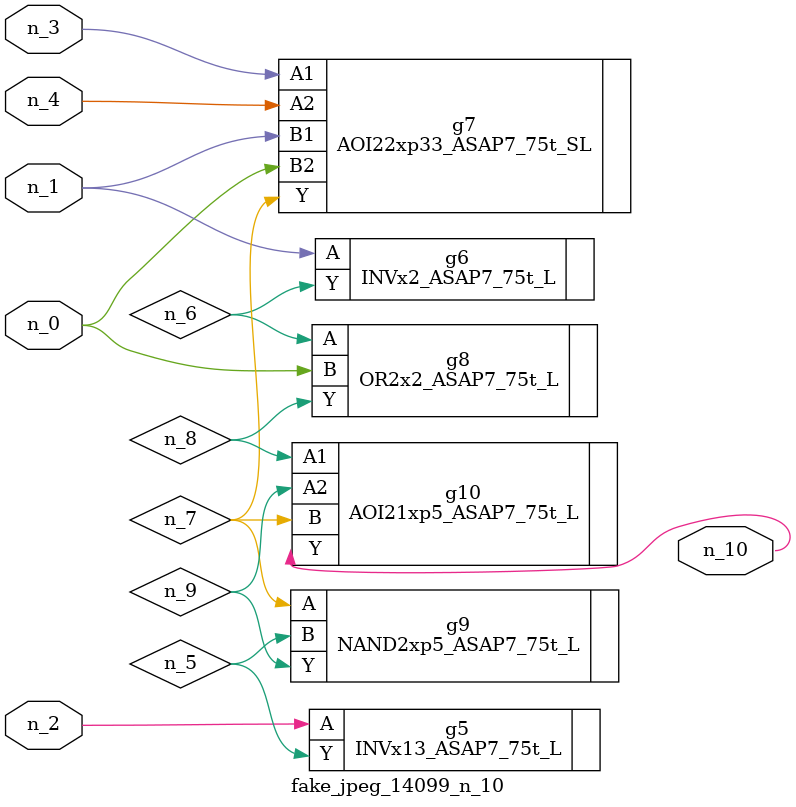
<source format=v>
module fake_jpeg_14099_n_10 (n_3, n_2, n_1, n_0, n_4, n_10);

input n_3;
input n_2;
input n_1;
input n_0;
input n_4;

output n_10;

wire n_8;
wire n_9;
wire n_6;
wire n_5;
wire n_7;

INVx13_ASAP7_75t_L g5 ( 
.A(n_2),
.Y(n_5)
);

INVx2_ASAP7_75t_L g6 ( 
.A(n_1),
.Y(n_6)
);

AOI22xp33_ASAP7_75t_SL g7 ( 
.A1(n_3),
.A2(n_4),
.B1(n_1),
.B2(n_0),
.Y(n_7)
);

OR2x2_ASAP7_75t_L g8 ( 
.A(n_6),
.B(n_0),
.Y(n_8)
);

AOI21xp5_ASAP7_75t_L g10 ( 
.A1(n_8),
.A2(n_9),
.B(n_7),
.Y(n_10)
);

NAND2xp5_ASAP7_75t_L g9 ( 
.A(n_7),
.B(n_5),
.Y(n_9)
);


endmodule
</source>
